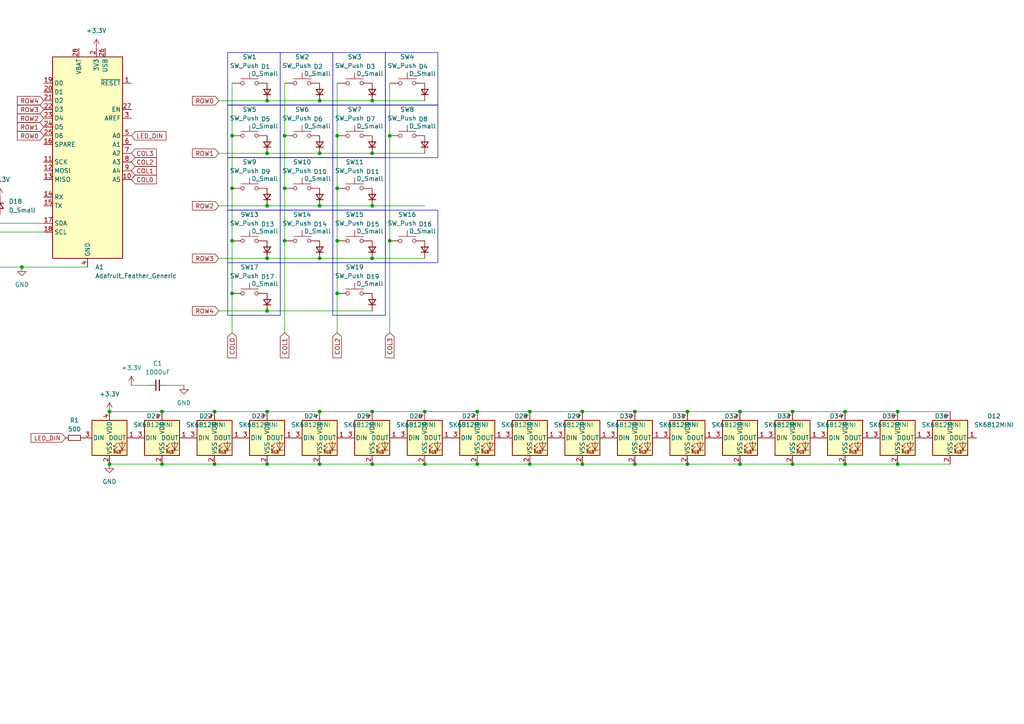
<source format=kicad_sch>
(kicad_sch (version 20231120) (generator "eeschema") (generator_version "8.0")
  (paper "A4")
  (lib_symbols
    (symbol "Connector_Generic:Conn_01x04" (pin_names (offset 1.016) hide)
      (property "Reference" "J" (at 0 5.08 0))
      (property "Value" "Conn_01x04" (at 0 -7.62 0))
      (symbol "Conn_01x04_1_1"
        (rectangle (start -1.27 -4.953) (end 0 -5.207) (stroke (width 0.1524)))
        (rectangle (start -1.27 -2.413) (end 0 -2.667) (stroke (width 0.1524)))
        (rectangle (start -1.27 0.127) (end 0 -0.127) (stroke (width 0.1524)))
        (rectangle (start -1.27 2.667) (end 0 2.413) (stroke (width 0.1524)))
        (rectangle (start -1.27 3.81) (end 1.27 -6.35) (stroke (width 0.254)) (fill (type background)))
        (pin passive line (at -5.08 2.54 0) (length 3.81) (name "Pin_1") (number "1"))
        (pin passive line (at -5.08 0 0) (length 3.81) (name "Pin_2") (number "2"))
        (pin passive line (at -5.08 -2.54 0) (length 3.81) (name "Pin_3") (number "3"))
        (pin passive line (at -5.08 -5.08 0) (length 3.81) (name "Pin_4") (number "4"))
      )
    )
    (symbol "Device:C_Small" (pin_numbers hide) (pin_names (offset 0.254) hide)
      (property "Reference" "C" (at 0.254 1.778 0))
      (property "Value" "C_Small" (at 0.254 -2.032 0))
      (symbol "C_Small_0_1"
        (polyline (pts (xy -1.524 -0.508) (xy 1.524 -0.508)) (stroke (width 0.3302)))
        (polyline (pts (xy -1.524 0.508) (xy 1.524 0.508)) (stroke (width 0.3048)))
      )
      (symbol "C_Small_1_1"
        (pin passive line (at 0 2.54 270) (length 2.032) (name "~") (number "1"))
        (pin passive line (at 0 -2.54 90) (length 2.032) (name "~") (number "2"))
      )
    )
    (symbol "Device:D_Small" (pin_numbers hide) (pin_names (offset 0.254) hide)
      (property "Reference" "D" (at -1.27 2.032 0))
      (property "Value" "D_Small" (at -3.81 -2.032 0))
      (symbol "D_Small_0_1"
        (polyline (pts (xy -0.762 -1.016) (xy -0.762 1.016)) (stroke (width 0.254)))
        (polyline (pts (xy -0.762 0) (xy 0.762 0)))
        (polyline (pts (xy 0.762 -1.016) (xy -0.762 0) (xy 0.762 1.016) (xy 0.762 -1.016)) (stroke (width 0.254)))
      )
      (symbol "D_Small_1_1"
        (pin passive line (at -2.54 0 0) (length 1.778) (name "K") (number "1"))
        (pin passive line (at 2.54 0 180) (length 1.778) (name "A") (number "2"))
      )
    )
    (symbol "Device:R_Small" (pin_numbers hide) (pin_names (offset 0.254) hide)
      (property "Reference" "R" (at 0.762 0.508 0))
      (property "Value" "R_Small" (at 0.762 -1.016 0))
      (symbol "R_Small_0_1"
        (rectangle (start -0.762 1.778) (end 0.762 -1.778) (stroke (width 0.2032)))
      )
      (symbol "R_Small_1_1"
        (pin passive line (at 0 2.54 270) (length 0.762) (name "~") (number "1"))
        (pin passive line (at 0 -2.54 90) (length 0.762) (name "~") (number "2"))
      )
    )
    (symbol "LED:SK6812MINI" (pin_names (offset 0.254))
      (property "Reference" "D" (at 5.08 5.715 0))
      (property "Value" "SK6812MINI" (at 1.27 -5.715 0))
      (symbol "SK6812MINI_0_0"
        (text "RGB" (at 2.286 -4.191 0) (effects (font (size 0.762 0.762))))
      )
      (symbol "SK6812MINI_0_1"
        (polyline (pts (xy 1.27 -3.556) (xy 1.778 -3.556)))
        (polyline (pts (xy 1.27 -2.54) (xy 1.778 -2.54)))
        (polyline (pts (xy 4.699 -3.556) (xy 2.667 -3.556)))
        (polyline (pts (xy 2.286 -2.54) (xy 1.27 -3.556) (xy 1.27 -3.048)))
        (polyline (pts (xy 2.286 -1.524) (xy 1.27 -2.54) (xy 1.27 -2.032)))
        (polyline (pts (xy 3.683 -1.016) (xy 3.683 -3.556) (xy 3.683 -4.064)))
        (polyline (pts (xy 4.699 -1.524) (xy 2.667 -1.524) (xy 3.683 -3.556) (xy 4.699 -1.524)))
        (rectangle (start 5.08 5.08) (end -5.08 -5.08) (stroke (width 0.254)) (fill (type background)))
      )
      (symbol "SK6812MINI_1_1"
        (pin output line (at 7.62 0 180) (length 2.54) (name "DOUT") (number "1"))
        (pin power_in line (at 0 -7.62 90) (length 2.54) (name "VSS") (number "2"))
        (pin input line (at -7.62 0 0) (length 2.54) (name "DIN") (number "3"))
        (pin power_in line (at 0 7.62 270) (length 2.54) (name "VDD") (number "4"))
      )
    )
    (symbol "MCU_Module:Adafruit_Feather_Generic"
      (property "Reference" "A" (at -10.16 29.21 0))
      (property "Value" "Adafruit_Feather_Generic" (at 2.54 -31.75 0))
      (symbol "Adafruit_Feather_Generic_0_1"
        (rectangle (start -10.16 27.94) (end 10.16 -30.48) (stroke (width 0.254)) (fill (type background)))
      )
      (symbol "Adafruit_Feather_Generic_1_1"
        (pin input line (at 12.7 20.32 180) (length 2.54) (name "~{RESET}") (number "1"))
        (pin bidirectional line (at 12.7 -7.62 180) (length 2.54) (name "A5") (number "10"))
        (pin bidirectional line (at -12.7 -2.54 0) (length 2.54) (name "SCK") (number "11"))
        (pin bidirectional line (at -12.7 -5.08 0) (length 2.54) (name "MOSI") (number "12"))
        (pin bidirectional line (at -12.7 -7.62 0) (length 2.54) (name "MISO") (number "13"))
        (pin bidirectional line (at -12.7 -12.7 0) (length 2.54) (name "RX") (number "14"))
        (pin bidirectional line (at -12.7 -15.24 0) (length 2.54) (name "TX") (number "15"))
        (pin bidirectional line (at -12.7 2.54 0) (length 2.54) (name "SPARE") (number "16"))
        (pin bidirectional line (at -12.7 -20.32 0) (length 2.54) (name "SDA") (number "17"))
        (pin bidirectional line (at -12.7 -22.86 0) (length 2.54) (name "SCL") (number "18"))
        (pin bidirectional line (at -12.7 20.32 0) (length 2.54) (name "D0") (number "19"))
        (pin power_in line (at 2.54 30.48 270) (length 2.54) (name "3V3") (number "2"))
        (pin bidirectional line (at -12.7 17.78 0) (length 2.54) (name "D1") (number "20"))
        (pin bidirectional line (at -12.7 15.24 0) (length 2.54) (name "D2") (number "21"))
        (pin bidirectional line (at -12.7 12.7 0) (length 2.54) (name "D3") (number "22"))
        (pin bidirectional line (at -12.7 10.16 0) (length 2.54) (name "D4") (number "23"))
        (pin bidirectional line (at -12.7 7.62 0) (length 2.54) (name "D5") (number "24"))
        (pin bidirectional line (at -12.7 5.08 0) (length 2.54) (name "D6") (number "25"))
        (pin power_in line (at 5.08 30.48 270) (length 2.54) (name "USB") (number "26"))
        (pin input line (at 12.7 12.7 180) (length 2.54) (name "EN") (number "27"))
        (pin power_in line (at -2.54 30.48 270) (length 2.54) (name "VBAT") (number "28"))
        (pin input line (at 12.7 10.16 180) (length 2.54) (name "AREF") (number "3"))
        (pin power_in line (at 0 -33.02 90) (length 2.54) (name "GND") (number "4"))
        (pin bidirectional line (at 12.7 5.08 180) (length 2.54) (name "A0") (number "5"))
        (pin bidirectional line (at 12.7 2.54 180) (length 2.54) (name "A1") (number "6"))
        (pin bidirectional line (at 12.7 0 180) (length 2.54) (name "A2") (number "7"))
        (pin bidirectional line (at 12.7 -2.54 180) (length 2.54) (name "A3") (number "8"))
        (pin bidirectional line (at 12.7 -5.08 180) (length 2.54) (name "A4") (number "9"))
      )
    )
    (symbol "Switch:SW_Push" (pin_numbers hide) (pin_names (offset 1.016) hide)
      (property "Reference" "SW" (at 1.27 2.54 0))
      (property "Value" "SW_Push" (at 0 -1.524 0))
      (symbol "SW_Push_0_1"
        (circle (center -2.032 0) (radius 0.508))
        (polyline (pts (xy 0 1.27) (xy 0 3.048)))
        (polyline (pts (xy 2.54 1.27) (xy -2.54 1.27)))
        (circle (center 2.032 0) (radius 0.508))
      )
      (symbol "SW_Push_1_1"
        (pin passive line (at -5.08 0 0) (length 2.54) (name "1") (number "1"))
        (pin passive line (at 5.08 0 180) (length 2.54) (name "2") (number "2"))
      )
    )
    (symbol "power:+3.3V" (power) (pin_numbers hide) (pin_names (offset 0) hide)
      (property "Value" "+3.3V" (at 0 3.556 0))
      (symbol "+3.3V_0_1"
        (polyline (pts (xy -0.762 1.27) (xy 0 2.54)))
        (polyline (pts (xy 0 0) (xy 0 2.54)))
        (polyline (pts (xy 0 2.54) (xy 0.762 1.27)))
      )
      (symbol "+3.3V_1_1"
        (pin power_in line (at 0 0 90) (length 0) (name "~") (number "1"))
      )
    )
    (symbol "power:GND" (power) (pin_numbers hide) (pin_names (offset 0) hide)
      (property "Value" "GND" (at 0 -3.81 0))
      (symbol "GND_0_1"
        (polyline (pts (xy 0 0) (xy 0 -1.27) (xy 1.27 -1.27) (xy 0 -2.54) (xy -1.27 -1.27) (xy 0 -1.27)))
      )
      (symbol "GND_1_1"
        (pin power_in line (at 0 0 270) (length 0) (name "~") (number "1"))
      )
    )
  )
  (junction (at 67.31 54.61))
  (junction (at 67.31 85.09))
  (junction (at 97.79 54.61))
  (junction (at 77.47 134.62))
  (junction (at 168.91 134.62))
  (junction (at 97.79 85.09))
  (junction (at 107.95 44.45))
  (junction (at 46.99 134.62))
  (junction (at 229.87 134.62))
  (junction (at 260.35 134.62))
  (junction (at 107.95 29.21))
  (junction (at 77.47 44.45))
  (junction (at 82.55 39.37))
  (junction (at 153.67 134.62))
  (junction (at 77.47 119.38))
  (junction (at 92.71 134.62))
  (junction (at 62.23 119.38))
  (junction (at 77.47 59.69))
  (junction (at 184.15 134.62))
  (junction (at 107.95 119.38))
  (junction (at 107.95 134.62))
  (junction (at 123.19 119.38))
  (junction (at 199.39 134.62))
  (junction (at 260.35 119.38))
  (junction (at 113.03 39.37))
  (junction (at 92.71 74.93))
  (junction (at 82.55 54.61))
  (junction (at 138.43 134.62))
  (junction (at 199.39 119.38))
  (junction (at 92.71 29.21))
  (junction (at 245.11 134.62))
  (junction (at 31.75 119.38))
  (junction (at 138.43 119.38))
  (junction (at 77.47 74.93))
  (junction (at 97.79 39.37))
  (junction (at 214.63 119.38))
  (junction (at 92.71 44.45))
  (junction (at 92.71 59.69))
  (junction (at 107.95 74.93))
  (junction (at 82.55 69.85))
  (junction (at 245.11 119.38))
  (junction (at 62.23 134.62))
  (junction (at 123.19 134.62))
  (junction (at 6.35 77.47))
  (junction (at 67.31 69.85))
  (junction (at 153.67 119.38))
  (junction (at 77.47 90.17))
  (junction (at 229.87 119.38))
  (junction (at 97.79 69.85))
  (junction (at 214.63 134.62))
  (junction (at 46.99 119.38))
  (junction (at 67.31 39.37))
  (junction (at 77.47 29.21))
  (junction (at 184.15 119.38))
  (junction (at 107.95 59.69))
  (junction (at 113.03 69.85))
  (junction (at 168.91 119.38))
  (junction (at 31.75 134.62))
  (junction (at 92.71 119.38))
  (wire (pts (xy 62.23 134.62) (xy 77.47 134.62)))
  (wire (pts (xy 67.31 24.13) (xy 67.31 39.37)))
  (wire (pts (xy 245.11 134.62) (xy 260.35 134.62)))
  (wire (pts (xy 107.95 59.69) (xy 123.19 59.69)))
  (wire (pts (xy 184.15 119.38) (xy 199.39 119.38)))
  (wire (pts (xy 92.71 134.62) (xy 107.95 134.62)))
  (wire (pts (xy 168.91 134.62) (xy 184.15 134.62)))
  (wire (pts (xy 229.87 119.38) (xy 245.11 119.38)))
  (wire (pts (xy 46.99 134.62) (xy 62.23 134.62)))
  (wire (pts (xy 168.91 119.38) (xy 184.15 119.38)))
  (wire (pts (xy 97.79 69.85) (xy 97.79 85.09)))
  (wire (pts (xy 77.47 59.69) (xy 92.71 59.69)))
  (wire (pts (xy 77.47 119.38) (xy 92.71 119.38)))
  (wire (pts (xy 63.5 74.93) (xy 77.47 74.93)))
  (wire (pts (xy 92.71 74.93) (xy 107.95 74.93)))
  (wire (pts (xy 82.55 24.13) (xy 82.55 39.37)))
  (wire (pts (xy 92.71 119.38) (xy 107.95 119.38)))
  (wire (pts (xy 92.71 29.21) (xy 107.95 29.21)))
  (wire (pts (xy 67.31 39.37) (xy 67.31 54.61)))
  (wire (pts (xy 184.15 134.62) (xy 199.39 134.62)))
  (wire (pts (xy 63.5 59.69) (xy 77.47 59.69)))
  (wire (pts (xy 107.95 29.21) (xy 123.19 29.21)))
  (wire (pts (xy -6.35 69.85) (xy -6.35 77.47)))
  (wire (pts (xy 31.75 119.38) (xy 46.99 119.38)))
  (wire (pts (xy 123.19 119.38) (xy 138.43 119.38)))
  (wire (pts (xy 153.67 119.38) (xy 168.91 119.38)))
  (wire (pts (xy 245.11 119.38) (xy 260.35 119.38)))
  (wire (pts (xy 113.03 39.37) (xy 113.03 69.85)))
  (wire (pts (xy -6.35 77.47) (xy 6.35 77.47)))
  (wire (pts (xy 199.39 134.62) (xy 214.63 134.62)))
  (wire (pts (xy 199.39 119.38) (xy 214.63 119.38)))
  (wire (pts (xy 48.26 111.76) (xy 53.34 111.76)))
  (wire (pts (xy -6.35 62.23) (xy 0 62.23)))
  (wire (pts (xy 260.35 134.62) (xy 275.59 134.62)))
  (wire (pts (xy 107.95 44.45) (xy 123.19 44.45)))
  (wire (pts (xy 77.47 29.21) (xy 92.71 29.21)))
  (wire (pts (xy 31.75 134.62) (xy 46.99 134.62)))
  (wire (pts (xy 107.95 74.93) (xy 123.19 74.93)))
  (wire (pts (xy 107.95 119.38) (xy 123.19 119.38)))
  (wire (pts (xy 67.31 69.85) (xy 67.31 85.09)))
  (wire (pts (xy 67.31 85.09) (xy 67.31 96.52)))
  (wire (pts (xy 214.63 119.38) (xy 229.87 119.38)))
  (wire (pts (xy 63.5 90.17) (xy 77.47 90.17)))
  (wire (pts (xy 138.43 119.38) (xy 153.67 119.38)))
  (wire (pts (xy 82.55 54.61) (xy 82.55 69.85)))
  (wire (pts (xy -6.35 67.31) (xy 12.7 67.31)))
  (wire (pts (xy -6.35 64.77) (xy 12.7 64.77)))
  (wire (pts (xy 63.5 29.21) (xy 77.47 29.21)))
  (wire (pts (xy 97.79 54.61) (xy 97.79 69.85)))
  (wire (pts (xy 38.1 111.76) (xy 43.18 111.76)))
  (wire (pts (xy 77.47 134.62) (xy 92.71 134.62)))
  (wire (pts (xy 260.35 119.38) (xy 275.59 119.38)))
  (wire (pts (xy 107.95 134.62) (xy 123.19 134.62)))
  (wire (pts (xy 229.87 134.62) (xy 245.11 134.62)))
  (wire (pts (xy 62.23 119.38) (xy 77.47 119.38)))
  (wire (pts (xy 77.47 74.93) (xy 92.71 74.93)))
  (wire (pts (xy 123.19 134.62) (xy 138.43 134.62)))
  (wire (pts (xy 97.79 85.09) (xy 97.79 96.52)))
  (wire (pts (xy 153.67 134.62) (xy 168.91 134.62)))
  (wire (pts (xy 97.79 39.37) (xy 97.79 54.61)))
  (wire (pts (xy 67.31 54.61) (xy 67.31 69.85)))
  (wire (pts (xy 92.71 44.45) (xy 107.95 44.45)))
  (wire (pts (xy 6.35 77.47) (xy 25.4 77.47)))
  (wire (pts (xy 82.55 39.37) (xy 82.55 54.61)))
  (wire (pts (xy 82.55 69.85) (xy 82.55 96.52)))
  (wire (pts (xy 46.99 119.38) (xy 62.23 119.38)))
  (wire (pts (xy 113.03 24.13) (xy 113.03 39.37)))
  (wire (pts (xy 63.5 44.45) (xy 77.47 44.45)))
  (wire (pts (xy 92.71 59.69) (xy 107.95 59.69)))
  (wire (pts (xy 138.43 134.62) (xy 153.67 134.62)))
  (wire (pts (xy 77.47 90.17) (xy 107.95 90.17)))
  (wire (pts (xy 113.03 69.85) (xy 113.03 96.52)))
  (wire (pts (xy 77.47 44.45) (xy 92.71 44.45)))
  (wire (pts (xy 97.79 24.13) (xy 97.79 39.37)))
  (wire (pts (xy 214.63 134.62) (xy 229.87 134.62)))
  (rectangle (start 96.52 45.72) (end 111.76 60.96))
  (rectangle (start 66.04 60.96) (end 81.28 76.2))
  (rectangle (start 81.28 45.72) (end 96.52 60.96))
  (rectangle (start 81.28 15.24) (end 96.52 30.48))
  (rectangle (start 111.76 15.24) (end 127 30.48))
  (rectangle (start 96.52 60.96) (end 111.76 76.2))
  (rectangle (start 96.52 30.48) (end 111.76 45.72))
  (rectangle (start 81.28 30.48) (end 96.52 45.72))
  (rectangle (start 111.76 30.48) (end 127 45.72))
  (rectangle (start 111.76 60.96) (end 127 76.2))
  (rectangle (start 96.52 15.24) (end 111.76 30.48))
  (rectangle (start 66.04 76.2) (end 81.28 91.44))
  (rectangle (start 81.28 60.96) (end 96.52 76.2))
  (rectangle (start 96.52 76.2) (end 111.76 91.44))
  (rectangle (start 66.04 30.48) (end 81.28 45.72))
  (rectangle (start 66.04 15.24) (end 81.28 30.48))
  (rectangle (start 66.04 45.72) (end 81.28 60.96))
  (global_label "ROW0" (shape input) (at 12.7 39.37 180) (property "Intersheetrefs" "${INTERSHEET_REFS}" (effects (hide yes))))
  (global_label "ROW3" (shape input) (at 63.5 74.93 180) (property "Intersheetrefs" "${INTERSHEET_REFS}" (effects (hide yes))))
  (global_label "LED_DIN" (shape input) (at 19.05 127 180) (property "Intersheetrefs" "${INTERSHEET_REFS}" (effects (hide yes))))
  (global_label "COL3" (shape input) (at 38.1 44.45 0) (property "Intersheetrefs" "${INTERSHEET_REFS}" (effects (hide yes))))
  (global_label "COL2" (shape input) (at 97.79 96.52 270) (property "Intersheetrefs" "${INTERSHEET_REFS}" (effects (hide yes))))
  (global_label "ROW1" (shape input) (at 12.7 36.83 180) (property "Intersheetrefs" "${INTERSHEET_REFS}" (effects (hide yes))))
  (global_label "ROW2" (shape input) (at 63.5 59.69 180) (property "Intersheetrefs" "${INTERSHEET_REFS}" (effects (hide yes))))
  (global_label "ROW2" (shape input) (at 12.7 34.29 180) (property "Intersheetrefs" "${INTERSHEET_REFS}" (effects (hide yes))))
  (global_label "COL1" (shape input) (at 38.1 49.53 0) (property "Intersheetrefs" "${INTERSHEET_REFS}" (effects (hide yes))))
  (global_label "ROW4" (shape input) (at 12.7 29.21 180) (property "Intersheetrefs" "${INTERSHEET_REFS}" (effects (hide yes))))
  (global_label "LED_DIN" (shape input) (at 38.1 39.37 0) (property "Intersheetrefs" "${INTERSHEET_REFS}" (effects (hide yes))))
  (global_label "COL0" (shape input) (at 67.31 96.52 270) (property "Intersheetrefs" "${INTERSHEET_REFS}" (effects (hide yes))))
  (global_label "ROW3" (shape input) (at 12.7 31.75 180) (property "Intersheetrefs" "${INTERSHEET_REFS}" (effects (hide yes))))
  (global_label "ROW1" (shape input) (at 63.5 44.45 180) (property "Intersheetrefs" "${INTERSHEET_REFS}" (effects (hide yes))))
  (global_label "COL0" (shape input) (at 38.1 52.07 0) (property "Intersheetrefs" "${INTERSHEET_REFS}" (effects (hide yes))))
  (global_label "COL2" (shape input) (at 38.1 46.99 0) (property "Intersheetrefs" "${INTERSHEET_REFS}" (effects (hide yes))))
  (global_label "COL3" (shape input) (at 113.03 96.52 270) (property "Intersheetrefs" "${INTERSHEET_REFS}" (effects (hide yes))))
  (global_label "ROW0" (shape input) (at 63.5 29.21 180) (property "Intersheetrefs" "${INTERSHEET_REFS}" (effects (hide yes))))
  (global_label "COL1" (shape input) (at 82.55 96.52 270) (property "Intersheetrefs" "${INTERSHEET_REFS}" (effects (hide yes))))
  (global_label "ROW4" (shape input) (at 63.5 90.17 180) (property "Intersheetrefs" "${INTERSHEET_REFS}" (effects (hide yes))))
  (symbol (lib_id "Switch:SW_Push") (at 102.87 69.85 0) (unit 1)
    (property "Reference" "SW15" (at 102.87 62.23 0))
    (property "Value" "SW_Push" (at 101.346 64.77 0))
    (property "Footprint" "Kailh_PG1353_Hotswap:Kailh-PG1353-Hotswap-1U" (effects (hide yes)))
    (property "Description" "Push button switch, generic, two pins" (effects (hide yes)))
  )
  (symbol (lib_id "power:GND") (at 31.75 134.62 0) (unit 1)
    (property "Reference" "#PWR06" (effects (hide yes)))
    (property "Value" "GND" (at 31.75 139.7 0))
    (property "Description" "Power symbol creates a global label with name \"GND\" , ground" (effects (hide yes)))
  )
  (symbol (lib_id "Device:D_Small") (at 92.71 41.91 90) (unit 1)
    (property "Reference" "D6" (at 90.932 34.544 90) (effects (justify right)))
    (property "Value" "D_Small" (at 88.138 36.576 90) (effects (justify right)))
    (property "Footprint" "Diode_THT:D_DO-35_SOD27_P7.62mm_Horizontal" (effects (hide yes)))
    (property "Description" "Diode, small symbol" (effects (hide yes)))
    (property "Sim.Device" "D" (effects (hide yes)))
    (property "Sim.Pins" "1=K 2=A" (effects (hide yes)))
  )
  (symbol (lib_id "Switch:SW_Push") (at 87.63 69.85 0) (unit 1)
    (property "Reference" "SW14" (at 87.63 62.23 0))
    (property "Value" "SW_Push" (at 86.106 64.77 0))
    (property "Footprint" "Kailh_PG1353_Hotswap:Kailh-PG1353-Hotswap-1U" (effects (hide yes)))
    (property "Description" "Push button switch, generic, two pins" (effects (hide yes)))
  )
  (symbol (lib_id "LED:SK6812MINI") (at 214.63 127 0) (unit 1)
    (property "Reference" "D33" (at 227.33 120.6814 0))
    (property "Value" "SK6812MINI" (at 227.33 123.2214 0))
    (property "Footprint" "Keebio-Parts:SK6812-MINI-E" (effects (hide yes)))
    (property "Datasheet" "https://cdn-shop.adafruit.com/product-files/2686/SK6812MINI_REV.01-1-2.pdf" (effects (hide yes)))
    (property "Description" "RGB LED with integrated controller" (effects (hide yes)))
  )
  (symbol (lib_id "Device:D_Small") (at 92.71 57.15 90) (unit 1)
    (property "Reference" "D10" (at 90.932 49.784 90) (effects (justify right)))
    (property "Value" "D_Small" (at 88.138 51.816 90) (effects (justify right)))
    (property "Footprint" "Diode_THT:D_DO-35_SOD27_P7.62mm_Horizontal" (effects (hide yes)))
    (property "Description" "Diode, small symbol" (effects (hide yes)))
    (property "Sim.Device" "D" (effects (hide yes)))
    (property "Sim.Pins" "1=K 2=A" (effects (hide yes)))
  )
  (symbol (lib_id "Switch:SW_Push") (at 102.87 85.09 0) (unit 1)
    (property "Reference" "SW19" (at 102.87 77.47 0))
    (property "Value" "SW_Push" (at 101.346 80.01 0))
    (property "Footprint" "Kailh_PG1353_Hotswap:Kailh-PG1353-Hotswap-1U" (effects (hide yes)))
    (property "Description" "Push button switch, generic, two pins" (effects (hide yes)))
  )
  (symbol (lib_id "Device:D_Small") (at 107.95 87.63 90) (unit 1)
    (property "Reference" "D19" (at 106.172 80.264 90) (effects (justify right)))
    (property "Value" "D_Small" (at 103.378 82.296 90) (effects (justify right)))
    (property "Footprint" "Diode_THT:D_DO-35_SOD27_P7.62mm_Horizontal" (effects (hide yes)))
    (property "Description" "Diode, small symbol" (effects (hide yes)))
    (property "Sim.Device" "D" (effects (hide yes)))
    (property "Sim.Pins" "1=K 2=A" (effects (hide yes)))
  )
  (symbol (lib_id "Switch:SW_Push") (at 72.39 39.37 0) (unit 1)
    (property "Reference" "SW5" (at 72.39 31.75 0))
    (property "Value" "SW_Push" (at 70.866 34.29 0))
    (property "Footprint" "Kailh_PG1353_Hotswap:Kailh-PG1353-Hotswap-1U" (effects (hide yes)))
    (property "Description" "Push button switch, generic, two pins" (effects (hide yes)))
  )
  (symbol (lib_id "LED:SK6812MINI") (at 107.95 127 0) (unit 1)
    (property "Reference" "D26" (at 120.65 120.6814 0))
    (property "Value" "SK6812MINI" (at 120.65 123.2214 0))
    (property "Footprint" "Keebio-Parts:SK6812-MINI-E" (effects (hide yes)))
    (property "Datasheet" "https://cdn-shop.adafruit.com/product-files/2686/SK6812MINI_REV.01-1-2.pdf" (effects (hide yes)))
    (property "Description" "RGB LED with integrated controller" (effects (hide yes)))
  )
  (symbol (lib_id "Switch:SW_Push") (at 102.87 24.13 0) (unit 1)
    (property "Reference" "SW3" (at 102.87 16.51 0))
    (property "Value" "SW_Push" (at 101.346 19.05 0))
    (property "Footprint" "Kailh_PG1353_Hotswap:Kailh-PG1353-Hotswap-1U" (effects (hide yes)))
    (property "Description" "Push button switch, generic, two pins" (effects (hide yes)))
  )
  (symbol (lib_id "Switch:SW_Push") (at 72.39 69.85 0) (unit 1)
    (property "Reference" "SW13" (at 72.39 62.23 0))
    (property "Value" "SW_Push" (at 70.866 64.77 0))
    (property "Footprint" "Kailh_PG1353_Hotswap:Kailh-PG1353-Hotswap-1U" (effects (hide yes)))
    (property "Description" "Push button switch, generic, two pins" (effects (hide yes)))
  )
  (symbol (lib_id "LED:SK6812MINI") (at 275.59 127 0) (unit 1)
    (property "Reference" "D12" (at 288.29 120.6814 0))
    (property "Value" "SK6812MINI" (at 288.29 123.2214 0))
    (property "Footprint" "Keebio-Parts:SK6812-MINI-E" (effects (hide yes)))
    (property "Datasheet" "https://cdn-shop.adafruit.com/product-files/2686/SK6812MINI_REV.01-1-2.pdf" (effects (hide yes)))
    (property "Description" "RGB LED with integrated controller" (effects (hide yes)))
  )
  (symbol (lib_id "Switch:SW_Push") (at 87.63 24.13 0) (unit 1)
    (property "Reference" "SW2" (at 87.63 16.51 0))
    (property "Value" "SW_Push" (at 86.106 19.05 0))
    (property "Footprint" "Kailh_PG1353_Hotswap:Kailh-PG1353-Hotswap-1U" (effects (hide yes)))
    (property "Description" "Push button switch, generic, two pins" (effects (hide yes)))
  )
  (symbol (lib_id "power:+3.3V") (at 38.1 111.76 0) (unit 1)
    (property "Reference" "#PWR04" (effects (hide yes)))
    (property "Value" "+3.3V" (at 38.1 106.68 0))
    (property "Description" "Power symbol creates a global label with name \"+3.3V\"" (effects (hide yes)))
  )
  (symbol (lib_id "LED:SK6812MINI") (at 92.71 127 0) (unit 1)
    (property "Reference" "D25" (at 105.41 120.6814 0))
    (property "Value" "SK6812MINI" (at 105.41 123.2214 0))
    (property "Footprint" "Keebio-Parts:SK6812-MINI-E" (effects (hide yes)))
    (property "Datasheet" "https://cdn-shop.adafruit.com/product-files/2686/SK6812MINI_REV.01-1-2.pdf" (effects (hide yes)))
    (property "Description" "RGB LED with integrated controller" (effects (hide yes)))
  )
  (symbol (lib_id "Device:D_Small") (at 0 59.69 270) (unit 1)
    (property "Reference" "D18" (at 2.54 58.4199 90) (effects (justify left)))
    (property "Value" "D_Small" (at 2.54 60.9599 90) (effects (justify left)))
    (property "Footprint" "Diode_THT:D_DO-35_SOD27_P7.62mm_Horizontal" (effects (hide yes)))
    (property "Description" "Diode, small symbol" (effects (hide yes)))
    (property "Sim.Device" "D" (effects (hide yes)))
    (property "Sim.Pins" "1=K 2=A" (effects (hide yes)))
  )
  (symbol (lib_id "Switch:SW_Push") (at 118.11 39.37 0) (unit 1)
    (property "Reference" "SW8" (at 118.11 31.75 0))
    (property "Value" "SW_Push" (at 116.586 34.29 0))
    (property "Footprint" "Kailh_PG1353_Hotswap:Kailh-PG1353-Hotswap-1U" (effects (hide yes)))
    (property "Description" "Push button switch, generic, two pins" (effects (hide yes)))
  )
  (symbol (lib_id "LED:SK6812MINI") (at 199.39 127 0) (unit 1)
    (property "Reference" "D32" (at 212.09 120.6814 0))
    (property "Value" "SK6812MINI" (at 212.09 123.2214 0))
    (property "Footprint" "Keebio-Parts:SK6812-MINI-E" (effects (hide yes)))
    (property "Datasheet" "https://cdn-shop.adafruit.com/product-files/2686/SK6812MINI_REV.01-1-2.pdf" (effects (hide yes)))
    (property "Description" "RGB LED with integrated controller" (effects (hide yes)))
  )
  (symbol (lib_id "Switch:SW_Push") (at 118.11 69.85 0) (unit 1)
    (property "Reference" "SW16" (at 118.11 62.23 0))
    (property "Value" "SW_Push" (at 116.586 64.77 0))
    (property "Footprint" "Kailh_PG1353_Hotswap:Kailh-PG1353-Hotswap-1U" (effects (hide yes)))
    (property "Description" "Push button switch, generic, two pins" (effects (hide yes)))
  )
  (symbol (lib_id "Device:D_Small") (at 77.47 57.15 90) (unit 1)
    (property "Reference" "D9" (at 75.692 49.784 90) (effects (justify right)))
    (property "Value" "D_Small" (at 72.898 51.816 90) (effects (justify right)))
    (property "Footprint" "Diode_THT:D_DO-35_SOD27_P7.62mm_Horizontal" (effects (hide yes)))
    (property "Description" "Diode, small symbol" (effects (hide yes)))
    (property "Sim.Device" "D" (effects (hide yes)))
    (property "Sim.Pins" "1=K 2=A" (effects (hide yes)))
  )
  (symbol (lib_id "Switch:SW_Push") (at 72.39 54.61 0) (unit 1)
    (property "Reference" "SW9" (at 72.39 46.99 0))
    (property "Value" "SW_Push" (at 70.866 49.53 0))
    (property "Footprint" "Kailh_PG1353_Hotswap:Kailh-PG1353-Hotswap-1U" (effects (hide yes)))
    (property "Description" "Push button switch, generic, two pins" (effects (hide yes)))
  )
  (symbol (lib_id "LED:SK6812MINI") (at 168.91 127 0) (unit 1)
    (property "Reference" "D30" (at 181.61 120.6814 0))
    (property "Value" "SK6812MINI" (at 181.61 123.2214 0))
    (property "Footprint" "Keebio-Parts:SK6812-MINI-E" (effects (hide yes)))
    (property "Datasheet" "https://cdn-shop.adafruit.com/product-files/2686/SK6812MINI_REV.01-1-2.pdf" (effects (hide yes)))
    (property "Description" "RGB LED with integrated controller" (effects (hide yes)))
  )
  (symbol (lib_id "Device:D_Small") (at 77.47 41.91 90) (unit 1)
    (property "Reference" "D5" (at 75.692 34.544 90) (effects (justify right)))
    (property "Value" "D_Small" (at 72.898 36.576 90) (effects (justify right)))
    (property "Footprint" "Diode_THT:D_DO-35_SOD27_P7.62mm_Horizontal" (effects (hide yes)))
    (property "Description" "Diode, small symbol" (effects (hide yes)))
    (property "Sim.Device" "D" (effects (hide yes)))
    (property "Sim.Pins" "1=K 2=A" (effects (hide yes)))
  )
  (symbol (lib_id "Device:D_Small") (at 107.95 26.67 90) (unit 1)
    (property "Reference" "D3" (at 106.172 19.304 90) (effects (justify right)))
    (property "Value" "D_Small" (at 103.378 21.336 90) (effects (justify right)))
    (property "Footprint" "Diode_THT:D_DO-35_SOD27_P7.62mm_Horizontal" (effects (hide yes)))
    (property "Description" "Diode, small symbol" (effects (hide yes)))
    (property "Sim.Device" "D" (effects (hide yes)))
    (property "Sim.Pins" "1=K 2=A" (effects (hide yes)))
  )
  (symbol (lib_id "LED:SK6812MINI") (at 138.43 127 0) (unit 1)
    (property "Reference" "D28" (at 151.13 120.6814 0))
    (property "Value" "SK6812MINI" (at 151.13 123.2214 0))
    (property "Footprint" "Keebio-Parts:SK6812-MINI-E" (effects (hide yes)))
    (property "Datasheet" "https://cdn-shop.adafruit.com/product-files/2686/SK6812MINI_REV.01-1-2.pdf" (effects (hide yes)))
    (property "Description" "RGB LED with integrated controller" (effects (hide yes)))
  )
  (symbol (lib_id "Switch:SW_Push") (at 87.63 39.37 0) (unit 1)
    (property "Reference" "SW6" (at 87.63 31.75 0))
    (property "Value" "SW_Push" (at 86.106 34.29 0))
    (property "Footprint" "Kailh_PG1353_Hotswap:Kailh-PG1353-Hotswap-1U" (effects (hide yes)))
    (property "Description" "Push button switch, generic, two pins" (effects (hide yes)))
  )
  (symbol (lib_id "Device:D_Small") (at 92.71 72.39 90) (unit 1)
    (property "Reference" "D14" (at 90.932 65.024 90) (effects (justify right)))
    (property "Value" "D_Small" (at 88.138 67.056 90) (effects (justify right)))
    (property "Footprint" "Diode_THT:D_DO-35_SOD27_P7.62mm_Horizontal" (effects (hide yes)))
    (property "Description" "Diode, small symbol" (effects (hide yes)))
    (property "Sim.Device" "D" (effects (hide yes)))
    (property "Sim.Pins" "1=K 2=A" (effects (hide yes)))
  )
  (symbol (lib_id "Device:D_Small") (at 123.19 26.67 90) (unit 1)
    (property "Reference" "D4" (at 121.412 19.304 90) (effects (justify right)))
    (property "Value" "D_Small" (at 118.618 21.336 90) (effects (justify right)))
    (property "Footprint" "Diode_THT:D_DO-35_SOD27_P7.62mm_Horizontal" (effects (hide yes)))
    (property "Description" "Diode, small symbol" (effects (hide yes)))
    (property "Sim.Device" "D" (effects (hide yes)))
    (property "Sim.Pins" "1=K 2=A" (effects (hide yes)))
  )
  (symbol (lib_id "Device:R_Small") (at 21.59 127 90) (unit 1)
    (property "Reference" "R1" (at 21.59 121.92 90))
    (property "Value" "500" (at 21.59 124.46 90))
    (property "Footprint" "Resistor_THT:R_Axial_DIN0207_L6.3mm_D2.5mm_P7.62mm_Horizontal" (effects (hide yes)))
    (property "Description" "Resistor, small symbol" (effects (hide yes)))
  )
  (symbol (lib_id "Device:D_Small") (at 77.47 72.39 90) (unit 1)
    (property "Reference" "D13" (at 75.692 65.024 90) (effects (justify right)))
    (property "Value" "D_Small" (at 72.898 67.056 90) (effects (justify right)))
    (property "Footprint" "Diode_THT:D_DO-35_SOD27_P7.62mm_Horizontal" (effects (hide yes)))
    (property "Description" "Diode, small symbol" (effects (hide yes)))
    (property "Sim.Device" "D" (effects (hide yes)))
    (property "Sim.Pins" "1=K 2=A" (effects (hide yes)))
  )
  (symbol (lib_id "LED:SK6812MINI") (at 62.23 127 0) (unit 1)
    (property "Reference" "D23" (at 74.93 120.6814 0))
    (property "Value" "SK6812MINI" (at 74.93 123.2214 0))
    (property "Footprint" "Keebio-Parts:SK6812-MINI-E" (effects (hide yes)))
    (property "Datasheet" "https://cdn-shop.adafruit.com/product-files/2686/SK6812MINI_REV.01-1-2.pdf" (effects (hide yes)))
    (property "Description" "RGB LED with integrated controller" (effects (hide yes)))
  )
  (symbol (lib_id "LED:SK6812MINI") (at 153.67 127 0) (unit 1)
    (property "Reference" "D29" (at 166.37 120.6814 0))
    (property "Value" "SK6812MINI" (at 166.37 123.2214 0))
    (property "Footprint" "Keebio-Parts:SK6812-MINI-E" (effects (hide yes)))
    (property "Datasheet" "https://cdn-shop.adafruit.com/product-files/2686/SK6812MINI_REV.01-1-2.pdf" (effects (hide yes)))
    (property "Description" "RGB LED with integrated controller" (effects (hide yes)))
  )
  (symbol (lib_id "Switch:SW_Push") (at 102.87 54.61 0) (unit 1)
    (property "Reference" "SW11" (at 102.87 46.99 0))
    (property "Value" "SW_Push" (at 101.346 49.53 0))
    (property "Footprint" "Kailh_PG1353_Hotswap:Kailh-PG1353-Hotswap-1U" (effects (hide yes)))
    (property "Description" "Push button switch, generic, two pins" (effects (hide yes)))
  )
  (symbol (lib_id "Switch:SW_Push") (at 72.39 85.09 0) (unit 1)
    (property "Reference" "SW17" (at 72.39 77.47 0))
    (property "Value" "SW_Push" (at 70.866 80.01 0))
    (property "Footprint" "Kailh_PG1353_Hotswap:Kailh-PG1353-Hotswap-1U" (effects (hide yes)))
    (property "Description" "Push button switch, generic, two pins" (effects (hide yes)))
  )
  (symbol (lib_id "power:+3.3V") (at 0 57.15 0) (unit 1)
    (property "Reference" "#PWR01" (effects (hide yes)))
    (property "Value" "+3.3V" (at 0 52.07 0))
    (property "Description" "Power symbol creates a global label with name \"+3.3V\"" (effects (hide yes)))
  )
  (symbol (lib_id "Switch:SW_Push") (at 118.11 24.13 0) (unit 1)
    (property "Reference" "SW4" (at 118.11 16.51 0))
    (property "Value" "SW_Push" (at 116.586 19.05 0))
    (property "Footprint" "Kailh_PG1353_Hotswap:Kailh-PG1353-Hotswap-1U" (effects (hide yes)))
    (property "Description" "Push button switch, generic, two pins" (effects (hide yes)))
  )
  (symbol (lib_id "LED:SK6812MINI") (at 46.99 127 0) (unit 1)
    (property "Reference" "D22" (at 59.69 120.6814 0))
    (property "Value" "SK6812MINI" (at 59.69 123.2214 0))
    (property "Footprint" "Keebio-Parts:SK6812-MINI-E" (effects (hide yes)))
    (property "Datasheet" "https://cdn-shop.adafruit.com/product-files/2686/SK6812MINI_REV.01-1-2.pdf" (effects (hide yes)))
    (property "Description" "RGB LED with integrated controller" (effects (hide yes)))
  )
  (symbol (lib_id "Connector_Generic:Conn_01x04") (at -11.43 67.31 180) (unit 1)
    (property "Reference" "J1" (at -11.43 55.88 0))
    (property "Value" "Conn_01x04" (at -11.43 58.42 0))
    (property "Footprint" "Connector_PinHeader_2.54mm:PinHeader_1x04_P2.54mm_Vertical" (effects (hide yes)))
    (property "Description" "Generic connector, single row, 01x04, script generated (kicad-library-utils/schlib/autogen/connector/)" (effects (hide yes)))
  )
  (symbol (lib_id "Device:D_Small") (at 107.95 72.39 90) (unit 1)
    (property "Reference" "D15" (at 106.172 65.024 90) (effects (justify right)))
    (property "Value" "D_Small" (at 103.378 67.056 90) (effects (justify right)))
    (property "Footprint" "Diode_THT:D_DO-35_SOD27_P7.62mm_Horizontal" (effects (hide yes)))
    (property "Description" "Diode, small symbol" (effects (hide yes)))
    (property "Sim.Device" "D" (effects (hide yes)))
    (property "Sim.Pins" "1=K 2=A" (effects (hide yes)))
  )
  (symbol (lib_id "LED:SK6812MINI") (at 77.47 127 0) (unit 1)
    (property "Reference" "D24" (at 90.17 120.6814 0))
    (property "Value" "SK6812MINI" (at 90.17 123.2214 0))
    (property "Footprint" "Keebio-Parts:SK6812-MINI-E" (effects (hide yes)))
    (property "Datasheet" "https://cdn-shop.adafruit.com/product-files/2686/SK6812MINI_REV.01-1-2.pdf" (effects (hide yes)))
    (property "Description" "RGB LED with integrated controller" (effects (hide yes)))
  )
  (symbol (lib_id "Switch:SW_Push") (at 72.39 24.13 0) (unit 1)
    (property "Reference" "SW1" (at 72.39 16.51 0))
    (property "Value" "SW_Push" (at 70.866 19.05 0))
    (property "Footprint" "Kailh_PG1353_Hotswap:Kailh-PG1353-Hotswap-1U" (effects (hide yes)))
    (property "Description" "Push button switch, generic, two pins" (effects (hide yes)))
  )
  (symbol (lib_id "Switch:SW_Push") (at 87.63 54.61 0) (unit 1)
    (property "Reference" "SW10" (at 87.63 46.99 0))
    (property "Value" "SW_Push" (at 86.106 49.53 0))
    (property "Footprint" "Kailh_PG1353_Hotswap:Kailh-PG1353-Hotswap-1U" (effects (hide yes)))
    (property "Description" "Push button switch, generic, two pins" (effects (hide yes)))
  )
  (symbol (lib_id "Device:D_Small") (at 123.19 72.39 90) (unit 1)
    (property "Reference" "D16" (at 121.412 65.024 90) (effects (justify right)))
    (property "Value" "D_Small" (at 118.618 67.056 90) (effects (justify right)))
    (property "Footprint" "Diode_THT:D_DO-35_SOD27_P7.62mm_Horizontal" (effects (hide yes)))
    (property "Description" "Diode, small symbol" (effects (hide yes)))
    (property "Sim.Device" "D" (effects (hide yes)))
    (property "Sim.Pins" "1=K 2=A" (effects (hide yes)))
  )
  (symbol (lib_id "LED:SK6812MINI") (at 245.11 127 0) (unit 1)
    (property "Reference" "D35" (at 257.81 120.6814 0))
    (property "Value" "SK6812MINI" (at 257.81 123.2214 0))
    (property "Footprint" "Keebio-Parts:SK6812-MINI-E" (effects (hide yes)))
    (property "Datasheet" "https://cdn-shop.adafruit.com/product-files/2686/SK6812MINI_REV.01-1-2.pdf" (effects (hide yes)))
    (property "Description" "RGB LED with integrated controller" (effects (hide yes)))
  )
  (symbol (lib_id "Device:D_Small") (at 123.19 41.91 90) (unit 1)
    (property "Reference" "D8" (at 121.412 34.544 90) (effects (justify right)))
    (property "Value" "D_Small" (at 118.618 36.576 90) (effects (justify right)))
    (property "Footprint" "Diode_THT:D_DO-35_SOD27_P7.62mm_Horizontal" (effects (hide yes)))
    (property "Description" "Diode, small symbol" (effects (hide yes)))
    (property "Sim.Device" "D" (effects (hide yes)))
    (property "Sim.Pins" "1=K 2=A" (effects (hide yes)))
  )
  (symbol (lib_id "Switch:SW_Push") (at 102.87 39.37 0) (unit 1)
    (property "Reference" "SW7" (at 102.87 31.75 0))
    (property "Value" "SW_Push" (at 101.346 34.29 0))
    (property "Footprint" "Kailh_PG1353_Hotswap:Kailh-PG1353-Hotswap-1U" (effects (hide yes)))
    (property "Description" "Push button switch, generic, two pins" (effects (hide yes)))
  )
  (symbol (lib_id "power:GND") (at 53.34 111.76 0) (unit 1)
    (property "Reference" "#PWR07" (effects (hide yes)))
    (property "Value" "GND" (at 53.34 116.84 0))
    (property "Description" "Power symbol creates a global label with name \"GND\" , ground" (effects (hide yes)))
  )
  (symbol (lib_id "Device:C_Small") (at 45.72 111.76 90) (unit 1)
    (property "Reference" "C1" (at 45.7263 105.41 90))
    (property "Value" "1000uF" (at 45.7263 107.95 90))
    (property "Footprint" "Resistor_THT:R_Axial_DIN0204_L3.6mm_D1.6mm_P2.54mm_Vertical" (effects (hide yes)))
    (property "Description" "Unpolarized capacitor, small symbol" (effects (hide yes)))
  )
  (symbol (lib_id "Device:D_Small") (at 92.71 26.67 90) (unit 1)
    (property "Reference" "D2" (at 90.932 19.304 90) (effects (justify right)))
    (property "Value" "D_Small" (at 88.138 21.336 90) (effects (justify right)))
    (property "Footprint" "Diode_THT:D_DO-35_SOD27_P7.62mm_Horizontal" (effects (hide yes)))
    (property "Description" "Diode, small symbol" (effects (hide yes)))
    (property "Sim.Device" "D" (effects (hide yes)))
    (property "Sim.Pins" "1=K 2=A" (effects (hide yes)))
  )
  (symbol (lib_id "LED:SK6812MINI") (at 260.35 127 0) (unit 1)
    (property "Reference" "D36" (at 273.05 120.6814 0))
    (property "Value" "SK6812MINI" (at 273.05 123.2214 0))
    (property "Footprint" "Keebio-Parts:SK6812-MINI-E" (effects (hide yes)))
    (property "Datasheet" "https://cdn-shop.adafruit.com/product-files/2686/SK6812MINI_REV.01-1-2.pdf" (effects (hide yes)))
    (property "Description" "RGB LED with integrated controller" (effects (hide yes)))
  )
  (symbol (lib_id "Device:D_Small") (at 77.47 26.67 90) (unit 1)
    (property "Reference" "D1" (at 75.692 19.304 90) (effects (justify right)))
    (property "Value" "D_Small" (at 72.898 21.336 90) (effects (justify right)))
    (property "Footprint" "Diode_THT:D_DO-35_SOD27_P7.62mm_Horizontal" (effects (hide yes)))
    (property "Description" "Diode, small symbol" (effects (hide yes)))
    (property "Sim.Device" "D" (effects (hide yes)))
    (property "Sim.Pins" "1=K 2=A" (effects (hide yes)))
  )
  (symbol (lib_id "LED:SK6812MINI") (at 229.87 127 0) (unit 1)
    (property "Reference" "D34" (at 242.57 120.6814 0))
    (property "Value" "SK6812MINI" (at 242.57 123.2214 0))
    (property "Footprint" "Keebio-Parts:SK6812-MINI-E" (effects (hide yes)))
    (property "Datasheet" "https://cdn-shop.adafruit.com/product-files/2686/SK6812MINI_REV.01-1-2.pdf" (effects (hide yes)))
    (property "Description" "RGB LED with integrated controller" (effects (hide yes)))
  )
  (symbol (lib_id "Device:D_Small") (at 107.95 57.15 90) (unit 1)
    (property "Reference" "D11" (at 106.172 49.784 90) (effects (justify right)))
    (property "Value" "D_Small" (at 103.378 51.816 90) (effects (justify right)))
    (property "Footprint" "Diode_THT:D_DO-35_SOD27_P7.62mm_Horizontal" (effects (hide yes)))
    (property "Description" "Diode, small symbol" (effects (hide yes)))
    (property "Sim.Device" "D" (effects (hide yes)))
    (property "Sim.Pins" "1=K 2=A" (effects (hide yes)))
  )
  (symbol (lib_id "LED:SK6812MINI") (at 123.19 127 0) (unit 1)
    (property "Reference" "D27" (at 135.89 120.6814 0))
    (property "Value" "SK6812MINI" (at 135.89 123.2214 0))
    (property "Footprint" "Keebio-Parts:SK6812-MINI-E" (effects (hide yes)))
    (property "Datasheet" "https://cdn-shop.adafruit.com/product-files/2686/SK6812MINI_REV.01-1-2.pdf" (effects (hide yes)))
    (property "Description" "RGB LED with integrated controller" (effects (hide yes)))
  )
  (symbol (lib_id "MCU_Module:Adafruit_Feather_Generic") (at 25.4 44.45 0) (unit 1)
    (property "Reference" "A1" (at 27.5941 77.47 0) (effects (justify left)))
    (property "Value" "Adafruit_Feather_Generic" (at 27.5941 80.01 0) (effects (justify left)))
    (property "Footprint" "Module:Adafruit_Feather" (effects (hide yes)))
    (property "Datasheet" "https://cdn-learn.adafruit.com/downloads/pdf/adafruit-feather.pdf" (effects (hide yes)))
    (property "Description" "Microcontroller module in various flavor, generic symbol" (effects (hide yes)))
  )
  (symbol (lib_id "LED:SK6812MINI") (at 31.75 127 0) (unit 1)
    (property "Reference" "D21" (at 44.45 120.6814 0))
    (property "Value" "SK6812MINI" (at 44.45 123.2214 0))
    (property "Footprint" "Keebio-Parts:SK6812-MINI-E" (effects (hide yes)))
    (property "Datasheet" "https://cdn-shop.adafruit.com/product-files/2686/SK6812MINI_REV.01-1-2.pdf" (effects (hide yes)))
    (property "Description" "RGB LED with integrated controller" (effects (hide yes)))
  )
  (symbol (lib_id "power:+3.3V") (at 31.75 119.38 0) (unit 1)
    (property "Reference" "#PWR03" (effects (hide yes)))
    (property "Value" "+3.3V" (at 31.75 114.3 0))
    (property "Description" "Power symbol creates a global label with name \"+3.3V\"" (effects (hide yes)))
  )
  (symbol (lib_id "LED:SK6812MINI") (at 184.15 127 0) (unit 1)
    (property "Reference" "D31" (at 196.85 120.6814 0))
    (property "Value" "SK6812MINI" (at 196.85 123.2214 0))
    (property "Footprint" "Keebio-Parts:SK6812-MINI-E" (effects (hide yes)))
    (property "Datasheet" "https://cdn-shop.adafruit.com/product-files/2686/SK6812MINI_REV.01-1-2.pdf" (effects (hide yes)))
    (property "Description" "RGB LED with integrated controller" (effects (hide yes)))
  )
  (symbol (lib_id "power:+3.3V") (at 27.94 13.97 0) (unit 1)
    (property "Reference" "#PWR02" (effects (hide yes)))
    (property "Value" "+3.3V" (at 27.94 8.89 0))
    (property "Description" "Power symbol creates a global label with name \"+3.3V\"" (effects (hide yes)))
  )
  (symbol (lib_id "Device:D_Small") (at 77.47 87.63 90) (unit 1)
    (property "Reference" "D17" (at 75.692 80.264 90) (effects (justify right)))
    (property "Value" "D_Small" (at 72.898 82.296 90) (effects (justify right)))
    (property "Footprint" "Diode_THT:D_DO-35_SOD27_P7.62mm_Horizontal" (effects (hide yes)))
    (property "Description" "Diode, small symbol" (effects (hide yes)))
    (property "Sim.Device" "D" (effects (hide yes)))
    (property "Sim.Pins" "1=K 2=A" (effects (hide yes)))
  )
  (symbol (lib_id "power:GND") (at 6.35 77.47 0) (unit 1)
    (property "Reference" "#PWR05" (effects (hide yes)))
    (property "Value" "GND" (at 6.35 82.55 0))
    (property "Description" "Power symbol creates a global label with name \"GND\" , ground" (effects (hide yes)))
  )
  (symbol (lib_id "Device:D_Small") (at 107.95 41.91 90) (unit 1)
    (property "Reference" "D7" (at 106.172 34.544 90) (effects (justify right)))
    (property "Value" "D_Small" (at 103.378 36.576 90) (effects (justify right)))
    (property "Footprint" "Diode_THT:D_DO-35_SOD27_P7.62mm_Horizontal" (effects (hide yes)))
    (property "Description" "Diode, small symbol" (effects (hide yes)))
    (property "Sim.Device" "D" (effects (hide yes)))
    (property "Sim.Pins" "1=K 2=A" (effects (hide yes)))
  )
)
</source>
